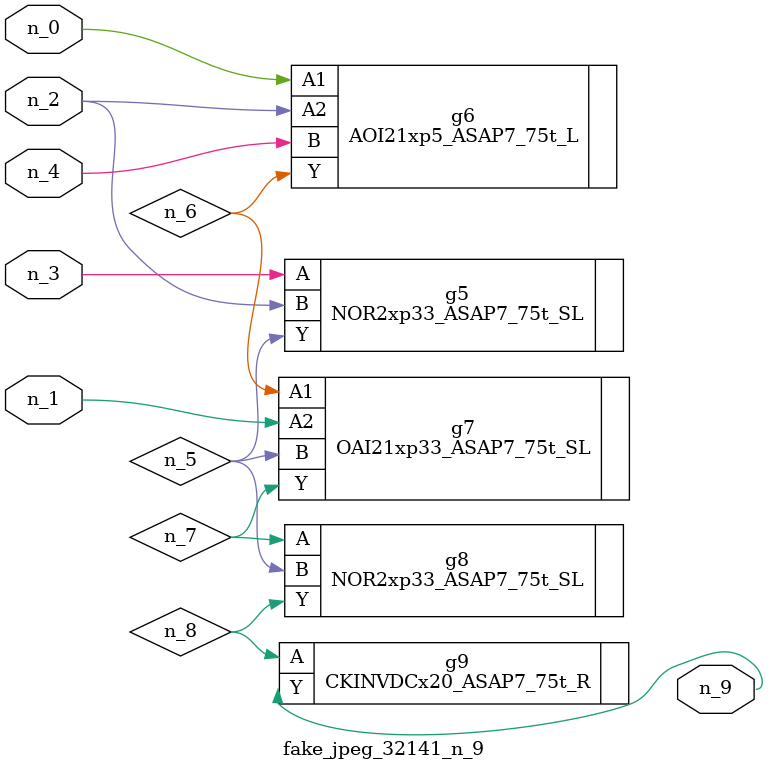
<source format=v>
module fake_jpeg_32141_n_9 (n_3, n_2, n_1, n_0, n_4, n_9);

input n_3;
input n_2;
input n_1;
input n_0;
input n_4;

output n_9;

wire n_8;
wire n_6;
wire n_5;
wire n_7;

NOR2xp33_ASAP7_75t_SL g5 ( 
.A(n_3),
.B(n_2),
.Y(n_5)
);

AOI21xp5_ASAP7_75t_L g6 ( 
.A1(n_0),
.A2(n_2),
.B(n_4),
.Y(n_6)
);

OAI21xp33_ASAP7_75t_SL g7 ( 
.A1(n_6),
.A2(n_1),
.B(n_5),
.Y(n_7)
);

NOR2xp33_ASAP7_75t_SL g8 ( 
.A(n_7),
.B(n_5),
.Y(n_8)
);

CKINVDCx20_ASAP7_75t_R g9 ( 
.A(n_8),
.Y(n_9)
);


endmodule
</source>
